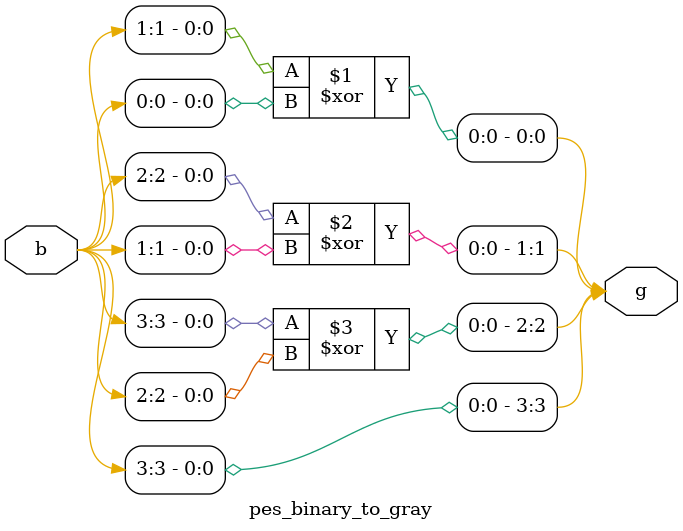
<source format=v>
`timescale 1ns / 1ps
module pes_binary_to_gray(
    input [3:0] b,      
    output [3:0] g 
    );
assign g[0]=b[1]^b[0];   
assign g[1]=b[2]^b[1];
assign g[2]=b[3]^b[2];
assign g[3]=b[3];
endmodule

</source>
